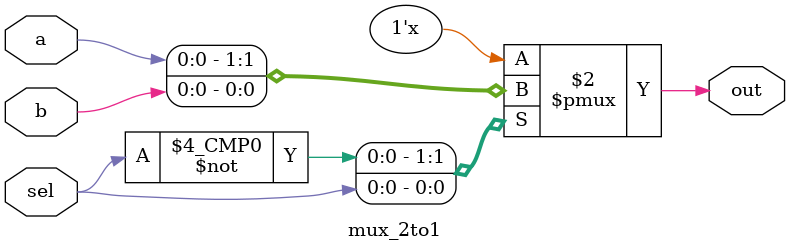
<source format=v>
module mux_2to1 (a,b,sel,out);

	parameter WIDTH = 1;

	input [WIDTH-1 : 0] a,b;
	input sel;
	output reg [WIDTH-1 : 0] out;

	always @(*) begin
		case (sel)
			1'b0 : out = a;
			1'b1 : out = b;
			default : out = 0;
		endcase
	end

endmodule : mux_2to1
</source>
